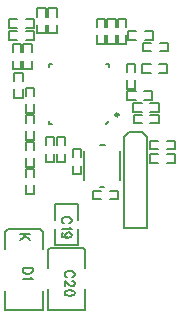
<source format=gbr>
*
*
G04 PADS 9.5 Build Number: 522968 generated Gerber (RS-274-X) file*
G04 PC Version=2.1*
*
%IN "ANT01.pcb"*%
*
%MOIN*%
*
%FSLAX35Y35*%
*
*
*
*
G04 PC Standard Apertures*
*
*
G04 Thermal Relief Aperture macro.*
%AMTER*
1,1,$1,0,0*
1,0,$1-$2,0,0*
21,0,$3,$4,0,0,45*
21,0,$3,$4,0,0,135*
%
*
*
G04 Annular Aperture macro.*
%AMANN*
1,1,$1,0,0*
1,0,$2,0,0*
%
*
*
G04 Odd Aperture macro.*
%AMODD*
1,1,$1,0,0*
1,0,$1-0.005,0,0*
%
*
*
G04 PC Custom Aperture Macros*
*
*
*
*
*
*
G04 PC Aperture Table*
*
%ADD024C,0.001*%
%ADD036C,0.008*%
%ADD055C,0.006*%
%ADD086C,0.00984*%
%ADD087C,0.00787*%
*
*
*
*
G04 PC Circuitry*
G04 Layer Name ANT01.pcb - circuitry*
%LPD*%
*
*
G04 PC Custom Flashes*
G04 Layer Name ANT01.pcb - flashes*
%LPD*%
*
*
G04 PC Circuitry*
G04 Layer Name ANT01.pcb - circuitry*
%LPD*%
*
G54D24*
G54D36*
G01X161800Y142600D02*
Y147800D01*
X154200*
Y142600*
X161800Y139400D02*
Y134200D01*
X154200*
Y139400*
X164200Y126500D02*
Y132500D01*
X163400Y133300*
X152600*
X151800Y132500*
Y126500*
X164200Y119500D02*
Y112700D01*
X151800*
Y119500*
X145913Y137800D02*
X142500D01*
X145913Y135891D02*
X143638Y137800D01*
X144450Y137118D02*
X142500Y135891D01*
X150300Y133000D02*
Y138500D01*
X149300Y139500*
X138700*
X137700Y138500*
Y133000*
X150300Y119000D02*
Y112500D01*
X137700*
Y119000*
X159000Y141555D02*
X159325Y141691D01*
X159650Y141964*
X159813Y142236*
X159813D02*
Y142782D01*
X159813D02*
X159650Y143055D01*
X159325Y143327*
X159000Y143464*
X158513Y143600*
X158513D02*
X157700D01*
X157213Y143464*
X157213D02*
X156888Y143327D01*
X156888D02*
X156563Y143055D01*
X156563D02*
X156400Y142782D01*
Y142236*
X156563Y141964*
X156563D02*
X156888Y141691D01*
X156888D02*
X157213Y141555D01*
X159163Y140327D02*
X159325Y140055D01*
X159813Y139645*
X159813D02*
X156400D01*
X158675Y136645D02*
X158188Y136782D01*
X158188D02*
X157863Y137055D01*
X157863D02*
X157700Y137464D01*
Y137600*
X157863Y138009*
X157863D02*
X158188Y138282D01*
X158188D02*
X158675Y138418D01*
X158838*
X158838D02*
X159325Y138282D01*
X159650Y138009*
X159813Y137600*
X159813D02*
Y137464D01*
X159813D02*
X159650Y137055D01*
X159325Y136782*
X158675Y136645*
X157863*
X157863D02*
X157050Y136782D01*
X156563Y137055*
X156563D02*
X156400Y137464D01*
Y137736*
X156563Y138145*
X156563D02*
X156888Y138282D01*
X160000Y123555D02*
X160325Y123691D01*
X160650Y123964*
X160813Y124236*
X160813D02*
Y124782D01*
X160813D02*
X160650Y125055D01*
X160325Y125327*
X160000Y125464*
X159513Y125600*
X159513D02*
X158700D01*
X158213Y125464*
X158213D02*
X157888Y125327D01*
X157888D02*
X157563Y125055D01*
X157563D02*
X157400Y124782D01*
Y124236*
X157563Y123964*
X157563D02*
X157888Y123691D01*
X157888D02*
X158213Y123555D01*
X160000Y122191D02*
X160163D01*
X160163D02*
X160488Y122055D01*
X160488D02*
X160650Y121918D01*
X160813Y121645*
X160813D02*
Y121100D01*
X160813D02*
X160650Y120827D01*
X160488Y120691*
X160488D02*
X160163Y120555D01*
X160163D02*
X159838D01*
X159838D02*
X159513Y120691D01*
X159513D02*
X159025Y120964D01*
X157400Y122327*
Y120418*
X160813Y118373D02*
X160650Y118782D01*
X160163Y119055*
X160163D02*
X159350Y119191D01*
X158863*
X158863D02*
X158050Y119055D01*
X157563Y118782*
X157563D02*
X157400Y118373D01*
Y118100*
X157563Y117691*
X157563D02*
X158050Y117418D01*
X158863Y117282*
X158863D02*
X159350D01*
X160163Y117418*
X160163D02*
X160650Y117691D01*
X160813Y118100*
X160813D02*
Y118373D01*
X146813Y126600D02*
X143400D01*
X146813D02*
Y125645D01*
X146813D02*
X146650Y125236D01*
X146325Y124964*
X146000Y124827*
X145513Y124691*
X145513D02*
X144700D01*
X144213Y124827*
X144213D02*
X143888Y124964D01*
X143888D02*
X143563Y125236D01*
X143563D02*
X143400Y125645D01*
Y126600*
X146163Y123464D02*
X146325Y123191D01*
X146813Y122782*
X146813D02*
X143400D01*
G54D55*
X172413Y149585D02*
X175213D01*
Y152385*
X172413*
X169613Y149585D02*
X166813D01*
Y152385*
X169613*
X162900Y163400D02*
Y166200D01*
X160100*
Y163400*
X162900Y160600D02*
Y157800D01*
X160100*
Y160600*
X169200Y153600D02*
X170578D01*
X175900Y155900D02*
Y165400D01*
X169343Y167700D02*
X170800D01*
X164000Y155900D02*
Y165400D01*
X188600Y168900D02*
X185800D01*
Y166100*
X188600*
X191400Y168900D02*
X194200D01*
Y166100*
X191400*
X188600Y164400D02*
X185800D01*
Y161600*
X188600*
X191400Y164400D02*
X194200D01*
Y161600*
X191400*
X180900Y191900D02*
Y194700D01*
X178100*
Y191900*
X180900Y189100D02*
Y186300D01*
X178100*
Y189100*
X154000Y167400D02*
Y170200D01*
X151200*
Y167400*
X154000Y164600D02*
Y161800D01*
X151200*
Y164600*
X143600Y195600D02*
Y192800D01*
X146400*
Y195600*
X143600Y198400D02*
Y201200D01*
X146400*
Y198400*
X140100Y195600D02*
Y192800D01*
X142900*
Y195600*
X140100Y198400D02*
Y201200D01*
X142900*
Y198400*
X147184Y165915D02*
Y168715D01*
X144384*
Y165915*
X147184Y163115D02*
Y160315D01*
X144384*
Y163115*
Y154115D02*
Y151315D01*
X147184*
Y154115*
X144384Y156915D02*
Y159715D01*
X147184*
Y156915*
X183157Y181474D02*
X180357D01*
Y178674*
X183157*
X185957Y181474D02*
X188757D01*
Y178674*
X185957*
X181100Y185400D02*
X178300D01*
Y182600*
X181100*
X183900Y185400D02*
X186700D01*
Y182600*
X183900*
X183204Y177635D02*
X180404D01*
Y174835*
X183204*
X186004Y177635D02*
X188804D01*
Y174835*
X186004*
X144384Y181115D02*
Y178315D01*
X147184*
Y181115*
X144384Y183915D02*
Y186715D01*
X147184*
Y183915*
X143459Y188899D02*
Y191699D01*
X140659*
Y188899*
X143459Y186099D02*
Y183299D01*
X140659*
Y186099*
X144384Y172115D02*
Y169315D01*
X147184*
Y172115*
X144384Y174915D02*
Y177715D01*
X147184*
Y174915*
X154800Y164600D02*
Y161800D01*
X157600*
Y164600*
X154800Y167400D02*
Y170200D01*
X157600*
Y167400*
X183165Y171839D02*
X178835D01*
X177260Y170264*
Y139949*
X184740*
Y170264*
X183165Y171839*
X144400Y202600D02*
X147200D01*
Y205400*
X144400*
X141600Y202600D02*
X138800D01*
Y205400*
X141600*
X151071Y210373D02*
Y213173D01*
X148271*
Y210373*
X151071Y207573D02*
Y204773D01*
X148271*
Y207573*
X177900Y206900D02*
Y209700D01*
X175100*
Y206900*
X177900Y204100D02*
Y201300D01*
X175100*
Y204100*
X168100D02*
Y201300D01*
X170900*
Y204100*
X168100Y206900D02*
Y209700D01*
X170900*
Y206900*
X151958Y207559D02*
Y204759D01*
X154758*
Y207559*
X151958Y210359D02*
Y213159D01*
X154758*
Y210359*
X181300Y205400D02*
X178500D01*
Y202600*
X181300*
X184100Y205400D02*
X186900D01*
Y202600*
X184100*
X186100Y194400D02*
X183300D01*
Y191600*
X186100*
X188900Y194400D02*
X191700D01*
Y191600*
X188900*
X189100Y198900D02*
X191900D01*
Y201700*
X189100*
X186300Y198900D02*
X183500D01*
Y201700*
X186300*
X144400Y206600D02*
X147200D01*
Y209400*
X144400*
X141600Y206600D02*
X138800D01*
Y209400*
X141600*
X174400Y206900D02*
Y209700D01*
X171600*
Y206900*
X174400Y204100D02*
Y201300D01*
X171600*
Y204100*
G54D86*
X175369Y177610D02*
G75*
G03X175369I-492J0D01*
G54D87*
G01X171216Y174461D02*
X172239Y175484D01*
Y193516D02*
Y194539D01*
X171216*
X152161Y193516D02*
Y194539D01*
X153184*
X152161Y175484D02*
Y174461D01*
X153184*
G74*
X0Y0D02*
M02*

</source>
